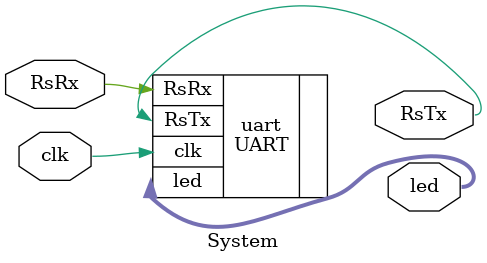
<source format=v>
`timescale 1ns / 1ps


module System(
    output RsTx,
    output [15:0] led,
    input RsRx,
    input clk
    );
    
    UART uart(.RsTx(RsTx), .led(led), .RsRx(RsRx), .clk(clk));
endmodule

</source>
